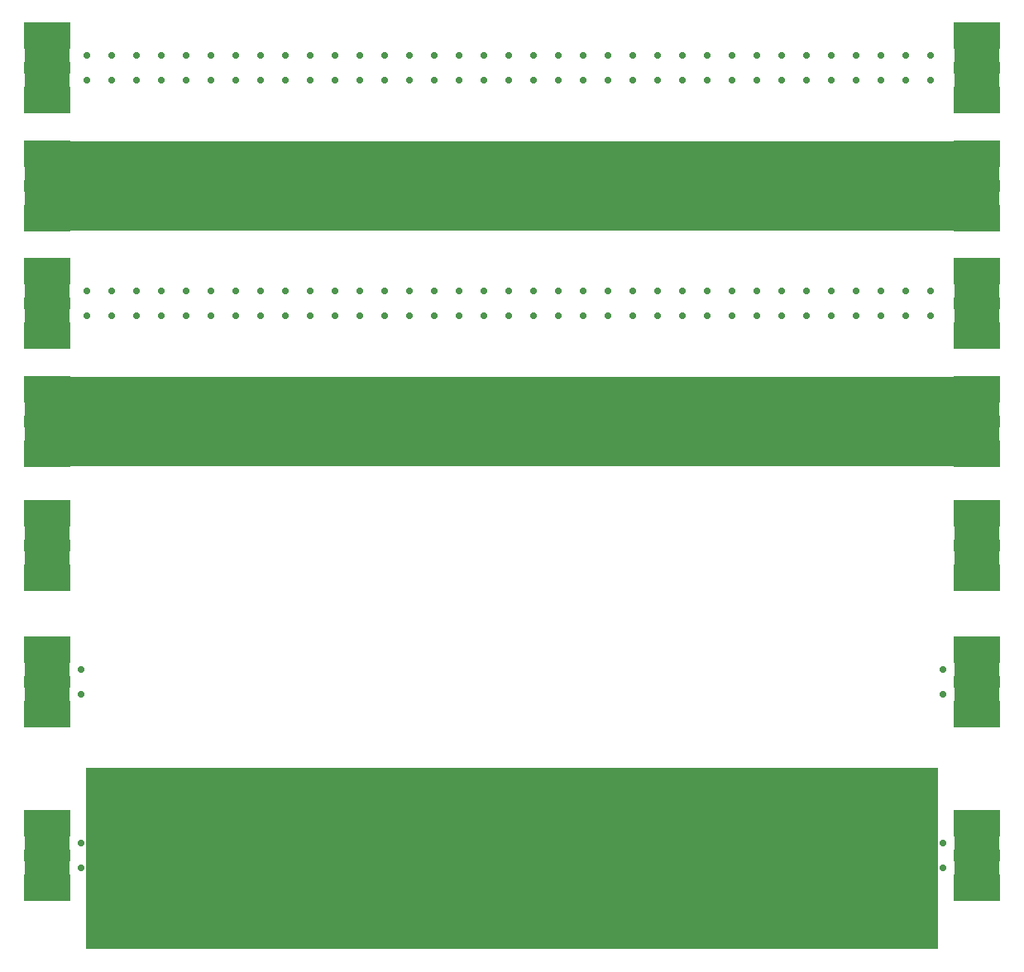
<source format=gts>
G04 EAGLE Gerber RS-274X export*
G75*
%MOMM*%
%FSLAX34Y34*%
%LPD*%
%INTop Solder Mask*%
%IPPOS*%
%AMOC8*
5,1,8,0,0,1.08239X$1,22.5*%
G01*
%ADD10R,4.699000X2.667000*%
%ADD11R,4.699000X1.168400*%
%ADD12C,0.681000*%
%ADD13R,4.572000X4.064000*%
%ADD14C,0.731000*%

G36*
X933470Y30992D02*
X933470Y30992D01*
X933489Y30990D01*
X933591Y31012D01*
X933693Y31029D01*
X933710Y31038D01*
X933730Y31042D01*
X933819Y31095D01*
X933910Y31144D01*
X933924Y31158D01*
X933941Y31168D01*
X934008Y31247D01*
X934080Y31322D01*
X934088Y31340D01*
X934101Y31355D01*
X934140Y31451D01*
X934183Y31545D01*
X934185Y31565D01*
X934193Y31583D01*
X934211Y31750D01*
X934211Y215900D01*
X934208Y215920D01*
X934210Y215939D01*
X934188Y216041D01*
X934172Y216143D01*
X934162Y216160D01*
X934158Y216180D01*
X934105Y216269D01*
X934056Y216360D01*
X934042Y216374D01*
X934032Y216391D01*
X933953Y216458D01*
X933878Y216530D01*
X933860Y216538D01*
X933845Y216551D01*
X933749Y216590D01*
X933655Y216633D01*
X933635Y216635D01*
X933617Y216643D01*
X933450Y216661D01*
X63500Y216661D01*
X63480Y216658D01*
X63461Y216660D01*
X63359Y216638D01*
X63257Y216622D01*
X63240Y216612D01*
X63220Y216608D01*
X63131Y216555D01*
X63040Y216506D01*
X63026Y216492D01*
X63009Y216482D01*
X62942Y216403D01*
X62871Y216328D01*
X62862Y216310D01*
X62849Y216295D01*
X62810Y216199D01*
X62767Y216105D01*
X62765Y216085D01*
X62757Y216067D01*
X62739Y215900D01*
X62739Y31750D01*
X62742Y31730D01*
X62740Y31711D01*
X62762Y31609D01*
X62779Y31507D01*
X62788Y31490D01*
X62792Y31470D01*
X62845Y31381D01*
X62894Y31290D01*
X62908Y31276D01*
X62918Y31259D01*
X62997Y31192D01*
X63072Y31121D01*
X63090Y31112D01*
X63105Y31099D01*
X63201Y31060D01*
X63295Y31017D01*
X63315Y31015D01*
X63333Y31007D01*
X63500Y30989D01*
X933450Y30989D01*
X933470Y30992D01*
G37*
G36*
X952618Y767096D02*
X952618Y767096D01*
X952737Y767103D01*
X952775Y767116D01*
X952816Y767121D01*
X952926Y767164D01*
X953039Y767201D01*
X953074Y767223D01*
X953111Y767238D01*
X953207Y767308D01*
X953308Y767371D01*
X953336Y767401D01*
X953369Y767424D01*
X953445Y767516D01*
X953526Y767603D01*
X953546Y767638D01*
X953571Y767669D01*
X953622Y767777D01*
X953680Y767881D01*
X953690Y767921D01*
X953707Y767957D01*
X953729Y768074D01*
X953759Y768189D01*
X953763Y768250D01*
X953767Y768270D01*
X953765Y768290D01*
X953769Y768350D01*
X953769Y857250D01*
X953754Y857368D01*
X953747Y857487D01*
X953734Y857525D01*
X953729Y857566D01*
X953686Y857676D01*
X953649Y857789D01*
X953627Y857824D01*
X953612Y857861D01*
X953543Y857957D01*
X953479Y858058D01*
X953449Y858086D01*
X953426Y858119D01*
X953334Y858195D01*
X953247Y858276D01*
X953212Y858296D01*
X953181Y858321D01*
X953073Y858372D01*
X952969Y858430D01*
X952929Y858440D01*
X952893Y858457D01*
X952776Y858479D01*
X952661Y858509D01*
X952601Y858513D01*
X952581Y858517D01*
X952560Y858515D01*
X952500Y858519D01*
X44450Y858519D01*
X44332Y858504D01*
X44213Y858497D01*
X44175Y858484D01*
X44134Y858479D01*
X44024Y858436D01*
X43911Y858399D01*
X43876Y858377D01*
X43839Y858362D01*
X43743Y858293D01*
X43642Y858229D01*
X43614Y858199D01*
X43581Y858176D01*
X43506Y858084D01*
X43424Y857997D01*
X43404Y857962D01*
X43379Y857931D01*
X43328Y857823D01*
X43270Y857719D01*
X43260Y857679D01*
X43243Y857643D01*
X43221Y857526D01*
X43191Y857411D01*
X43187Y857351D01*
X43183Y857331D01*
X43185Y857310D01*
X43181Y857250D01*
X43181Y768350D01*
X43196Y768232D01*
X43203Y768113D01*
X43216Y768075D01*
X43221Y768034D01*
X43264Y767924D01*
X43301Y767811D01*
X43323Y767776D01*
X43338Y767739D01*
X43408Y767643D01*
X43471Y767542D01*
X43501Y767514D01*
X43524Y767481D01*
X43616Y767406D01*
X43703Y767324D01*
X43738Y767304D01*
X43769Y767279D01*
X43877Y767228D01*
X43981Y767170D01*
X44021Y767160D01*
X44057Y767143D01*
X44174Y767121D01*
X44289Y767091D01*
X44350Y767087D01*
X44370Y767083D01*
X44390Y767085D01*
X44450Y767081D01*
X952500Y767081D01*
X952618Y767096D01*
G37*
G36*
X952618Y525796D02*
X952618Y525796D01*
X952737Y525803D01*
X952775Y525816D01*
X952816Y525821D01*
X952926Y525864D01*
X953039Y525901D01*
X953074Y525923D01*
X953111Y525938D01*
X953207Y526008D01*
X953308Y526071D01*
X953336Y526101D01*
X953369Y526124D01*
X953445Y526216D01*
X953526Y526303D01*
X953546Y526338D01*
X953571Y526369D01*
X953622Y526477D01*
X953680Y526581D01*
X953690Y526621D01*
X953707Y526657D01*
X953729Y526774D01*
X953759Y526889D01*
X953763Y526950D01*
X953767Y526970D01*
X953765Y526990D01*
X953769Y527050D01*
X953769Y615950D01*
X953754Y616068D01*
X953747Y616187D01*
X953734Y616225D01*
X953729Y616266D01*
X953686Y616376D01*
X953649Y616489D01*
X953627Y616524D01*
X953612Y616561D01*
X953543Y616657D01*
X953479Y616758D01*
X953449Y616786D01*
X953426Y616819D01*
X953334Y616895D01*
X953247Y616976D01*
X953212Y616996D01*
X953181Y617021D01*
X953073Y617072D01*
X952969Y617130D01*
X952929Y617140D01*
X952893Y617157D01*
X952776Y617179D01*
X952661Y617209D01*
X952601Y617213D01*
X952581Y617217D01*
X952560Y617215D01*
X952500Y617219D01*
X44450Y617219D01*
X44332Y617204D01*
X44213Y617197D01*
X44175Y617184D01*
X44134Y617179D01*
X44024Y617136D01*
X43911Y617099D01*
X43876Y617077D01*
X43839Y617062D01*
X43743Y616993D01*
X43642Y616929D01*
X43614Y616899D01*
X43581Y616876D01*
X43506Y616784D01*
X43424Y616697D01*
X43404Y616662D01*
X43379Y616631D01*
X43328Y616523D01*
X43270Y616419D01*
X43260Y616379D01*
X43243Y616343D01*
X43221Y616226D01*
X43191Y616111D01*
X43187Y616051D01*
X43183Y616031D01*
X43185Y616010D01*
X43181Y615950D01*
X43181Y527050D01*
X43196Y526932D01*
X43203Y526813D01*
X43216Y526775D01*
X43221Y526734D01*
X43264Y526624D01*
X43301Y526511D01*
X43323Y526476D01*
X43338Y526439D01*
X43408Y526343D01*
X43471Y526242D01*
X43501Y526214D01*
X43524Y526181D01*
X43616Y526106D01*
X43703Y526024D01*
X43738Y526004D01*
X43769Y525979D01*
X43877Y525928D01*
X43981Y525870D01*
X44021Y525860D01*
X44057Y525843D01*
X44174Y525821D01*
X44289Y525791D01*
X44350Y525787D01*
X44370Y525783D01*
X44390Y525785D01*
X44450Y525781D01*
X952500Y525781D01*
X952618Y525796D01*
G37*
D10*
X974090Y160020D03*
X974090Y93980D03*
D11*
X974090Y127000D03*
D12*
X984250Y110490D03*
X984250Y143510D03*
X956310Y110490D03*
X956310Y143510D03*
X984250Y165100D03*
X958850Y165100D03*
X984250Y88900D03*
X958850Y88900D03*
D13*
X974090Y127000D03*
D12*
X971550Y88900D03*
X971550Y165100D03*
X970280Y143510D03*
X970280Y110490D03*
D10*
X22860Y93980D03*
X22860Y160020D03*
D11*
X22860Y127000D03*
D12*
X12700Y143510D03*
X12700Y110490D03*
X40640Y143510D03*
X40640Y110490D03*
X12700Y88900D03*
X38100Y88900D03*
X12700Y165100D03*
X38100Y165100D03*
D13*
X22860Y127000D03*
D12*
X25400Y165100D03*
X25400Y88900D03*
X26670Y110490D03*
X26670Y143510D03*
D10*
X974090Y337820D03*
X974090Y271780D03*
D11*
X974090Y304800D03*
D12*
X984250Y288290D03*
X984250Y321310D03*
X956310Y288290D03*
X956310Y321310D03*
X984250Y342900D03*
X958850Y342900D03*
X984250Y266700D03*
X958850Y266700D03*
D13*
X974090Y304800D03*
D12*
X971550Y266700D03*
X971550Y342900D03*
X970280Y321310D03*
X970280Y288290D03*
D10*
X22860Y271780D03*
X22860Y337820D03*
D11*
X22860Y304800D03*
D12*
X12700Y321310D03*
X12700Y288290D03*
X40640Y321310D03*
X40640Y288290D03*
X12700Y266700D03*
X38100Y266700D03*
X12700Y342900D03*
X38100Y342900D03*
D13*
X22860Y304800D03*
D12*
X25400Y342900D03*
X25400Y266700D03*
X26670Y288290D03*
X26670Y321310D03*
D10*
X974090Y604520D03*
X974090Y538480D03*
D11*
X974090Y571500D03*
D12*
X984250Y554990D03*
X984250Y588010D03*
X956310Y554990D03*
X956310Y588010D03*
X984250Y609600D03*
X958850Y609600D03*
X984250Y533400D03*
X958850Y533400D03*
D13*
X974090Y571500D03*
D12*
X971550Y533400D03*
X971550Y609600D03*
X970280Y588010D03*
X970280Y554990D03*
D10*
X22860Y538480D03*
X22860Y604520D03*
D11*
X22860Y571500D03*
D12*
X12700Y588010D03*
X12700Y554990D03*
X40640Y588010D03*
X40640Y554990D03*
X12700Y533400D03*
X38100Y533400D03*
X12700Y609600D03*
X38100Y609600D03*
D13*
X22860Y571500D03*
D12*
X25400Y609600D03*
X25400Y533400D03*
X26670Y554990D03*
X26670Y588010D03*
D10*
X974090Y725170D03*
X974090Y659130D03*
D11*
X974090Y692150D03*
D12*
X984250Y675640D03*
X984250Y708660D03*
X956310Y675640D03*
X956310Y708660D03*
X984250Y730250D03*
X958850Y730250D03*
X984250Y654050D03*
X958850Y654050D03*
D13*
X974090Y692150D03*
D12*
X971550Y654050D03*
X971550Y730250D03*
X970280Y708660D03*
X970280Y675640D03*
D10*
X22860Y659130D03*
X22860Y725170D03*
D11*
X22860Y692150D03*
D12*
X12700Y708660D03*
X12700Y675640D03*
X40640Y708660D03*
X40640Y675640D03*
X12700Y654050D03*
X38100Y654050D03*
X12700Y730250D03*
X38100Y730250D03*
D13*
X22860Y692150D03*
D12*
X25400Y730250D03*
X25400Y654050D03*
X26670Y675640D03*
X26670Y708660D03*
D10*
X22860Y779780D03*
X22860Y845820D03*
D11*
X22860Y812800D03*
D12*
X12700Y829310D03*
X12700Y796290D03*
X40640Y829310D03*
X40640Y796290D03*
X12700Y774700D03*
X38100Y774700D03*
X12700Y850900D03*
X38100Y850900D03*
D13*
X22860Y812800D03*
D12*
X25400Y850900D03*
X25400Y774700D03*
X26670Y796290D03*
X26670Y829310D03*
D10*
X974090Y845820D03*
X974090Y779780D03*
D11*
X974090Y812800D03*
D12*
X984250Y796290D03*
X984250Y829310D03*
X956310Y796290D03*
X956310Y829310D03*
X984250Y850900D03*
X958850Y850900D03*
X984250Y774700D03*
X958850Y774700D03*
D13*
X974090Y812800D03*
D12*
X971550Y774700D03*
X971550Y850900D03*
X970280Y829310D03*
X970280Y796290D03*
D10*
X22860Y900430D03*
X22860Y966470D03*
D11*
X22860Y933450D03*
D12*
X12700Y949960D03*
X12700Y916940D03*
X40640Y949960D03*
X40640Y916940D03*
X12700Y895350D03*
X38100Y895350D03*
X12700Y971550D03*
X38100Y971550D03*
D13*
X22860Y933450D03*
D12*
X25400Y971550D03*
X25400Y895350D03*
X26670Y916940D03*
X26670Y949960D03*
D10*
X974090Y966470D03*
X974090Y900430D03*
D11*
X974090Y933450D03*
D12*
X984250Y916940D03*
X984250Y949960D03*
X956310Y916940D03*
X956310Y949960D03*
X984250Y971550D03*
X958850Y971550D03*
X984250Y895350D03*
X958850Y895350D03*
D13*
X974090Y933450D03*
D12*
X971550Y895350D03*
X971550Y971550D03*
X970280Y949960D03*
X970280Y916940D03*
D10*
X22860Y411480D03*
X22860Y477520D03*
D11*
X22860Y444500D03*
D12*
X12700Y461010D03*
X12700Y427990D03*
X40640Y461010D03*
X40640Y427990D03*
X12700Y406400D03*
X38100Y406400D03*
X12700Y482600D03*
X38100Y482600D03*
D13*
X22860Y444500D03*
D12*
X25400Y482600D03*
X25400Y406400D03*
X26670Y427990D03*
X26670Y461010D03*
D10*
X974090Y477520D03*
X974090Y411480D03*
D11*
X974090Y444500D03*
D12*
X984250Y427990D03*
X984250Y461010D03*
X956310Y427990D03*
X956310Y461010D03*
X984250Y482600D03*
X958850Y482600D03*
X984250Y406400D03*
X958850Y406400D03*
D13*
X974090Y444500D03*
D12*
X971550Y406400D03*
X971550Y482600D03*
X970280Y461010D03*
X970280Y427990D03*
D14*
X57150Y139700D03*
X57150Y114300D03*
X939800Y139700D03*
X939800Y114300D03*
X57150Y292100D03*
X57150Y317500D03*
X939800Y292100D03*
X939800Y317500D03*
X63500Y584200D03*
X88900Y584200D03*
X114300Y584200D03*
X139700Y584200D03*
X165100Y584200D03*
X190500Y584200D03*
X215900Y584200D03*
X241300Y584200D03*
X266700Y584200D03*
X292100Y584200D03*
X317500Y584200D03*
X342900Y584200D03*
X368300Y584200D03*
X393700Y584200D03*
X419100Y584200D03*
X444500Y584200D03*
X469900Y584200D03*
X495300Y584200D03*
X520700Y584200D03*
X546100Y584200D03*
X571500Y584200D03*
X596900Y584200D03*
X622300Y584200D03*
X647700Y584200D03*
X673100Y584200D03*
X698500Y584200D03*
X723900Y584200D03*
X749300Y584200D03*
X774700Y584200D03*
X800100Y584200D03*
X825500Y584200D03*
X850900Y584200D03*
X876300Y584200D03*
X901700Y584200D03*
X927100Y584200D03*
X63500Y558800D03*
X88900Y558800D03*
X114300Y558800D03*
X139700Y558800D03*
X165100Y558800D03*
X190500Y558800D03*
X215900Y558800D03*
X241300Y558800D03*
X266700Y558800D03*
X292100Y558800D03*
X317500Y558800D03*
X342900Y558800D03*
X368300Y558800D03*
X393700Y558800D03*
X419100Y558800D03*
X444500Y558800D03*
X469900Y558800D03*
X495300Y558800D03*
X520700Y558800D03*
X546100Y558800D03*
X571500Y558800D03*
X596900Y558800D03*
X622300Y558800D03*
X647700Y558800D03*
X673100Y558800D03*
X698500Y558800D03*
X723900Y558800D03*
X749300Y558800D03*
X774700Y558800D03*
X800100Y558800D03*
X825500Y558800D03*
X850900Y558800D03*
X876300Y558800D03*
X901700Y558800D03*
X927100Y558800D03*
X63500Y704850D03*
X88900Y704850D03*
X114300Y704850D03*
X139700Y704850D03*
X165100Y704850D03*
X190500Y704850D03*
X215900Y704850D03*
X241300Y704850D03*
X266700Y704850D03*
X292100Y704850D03*
X317500Y704850D03*
X342900Y704850D03*
X368300Y704850D03*
X393700Y704850D03*
X419100Y704850D03*
X444500Y704850D03*
X469900Y704850D03*
X495300Y704850D03*
X520700Y704850D03*
X546100Y704850D03*
X571500Y704850D03*
X596900Y704850D03*
X622300Y704850D03*
X647700Y704850D03*
X673100Y704850D03*
X698500Y704850D03*
X723900Y704850D03*
X749300Y704850D03*
X774700Y704850D03*
X800100Y704850D03*
X825500Y704850D03*
X850900Y704850D03*
X876300Y704850D03*
X901700Y704850D03*
X927100Y704850D03*
X63500Y679450D03*
X88900Y679450D03*
X114300Y679450D03*
X139700Y679450D03*
X165100Y679450D03*
X190500Y679450D03*
X215900Y679450D03*
X241300Y679450D03*
X266700Y679450D03*
X292100Y679450D03*
X317500Y679450D03*
X342900Y679450D03*
X368300Y679450D03*
X393700Y679450D03*
X419100Y679450D03*
X444500Y679450D03*
X469900Y679450D03*
X495300Y679450D03*
X520700Y679450D03*
X546100Y679450D03*
X571500Y679450D03*
X596900Y679450D03*
X622300Y679450D03*
X647700Y679450D03*
X673100Y679450D03*
X698500Y679450D03*
X723900Y679450D03*
X749300Y679450D03*
X774700Y679450D03*
X800100Y679450D03*
X825500Y679450D03*
X850900Y679450D03*
X876300Y679450D03*
X901700Y679450D03*
X927100Y679450D03*
X63500Y825500D03*
X88900Y825500D03*
X114300Y825500D03*
X139700Y825500D03*
X165100Y825500D03*
X190500Y825500D03*
X215900Y825500D03*
X241300Y825500D03*
X266700Y825500D03*
X292100Y825500D03*
X317500Y825500D03*
X342900Y825500D03*
X368300Y825500D03*
X393700Y825500D03*
X419100Y825500D03*
X444500Y825500D03*
X469900Y825500D03*
X495300Y825500D03*
X520700Y825500D03*
X546100Y825500D03*
X571500Y825500D03*
X596900Y825500D03*
X622300Y825500D03*
X647700Y825500D03*
X673100Y825500D03*
X698500Y825500D03*
X723900Y825500D03*
X749300Y825500D03*
X774700Y825500D03*
X800100Y825500D03*
X825500Y825500D03*
X850900Y825500D03*
X876300Y825500D03*
X901700Y825500D03*
X927100Y825500D03*
X63500Y800100D03*
X88900Y800100D03*
X114300Y800100D03*
X139700Y800100D03*
X165100Y800100D03*
X190500Y800100D03*
X215900Y800100D03*
X241300Y800100D03*
X266700Y800100D03*
X292100Y800100D03*
X317500Y800100D03*
X342900Y800100D03*
X368300Y800100D03*
X393700Y800100D03*
X419100Y800100D03*
X444500Y800100D03*
X469900Y800100D03*
X495300Y800100D03*
X520700Y800100D03*
X546100Y800100D03*
X571500Y800100D03*
X596900Y800100D03*
X622300Y800100D03*
X647700Y800100D03*
X673100Y800100D03*
X698500Y800100D03*
X723900Y800100D03*
X749300Y800100D03*
X774700Y800100D03*
X800100Y800100D03*
X825500Y800100D03*
X850900Y800100D03*
X876300Y800100D03*
X901700Y800100D03*
X927100Y800100D03*
X63500Y920750D03*
X88900Y920750D03*
X114300Y920750D03*
X139700Y920750D03*
X165100Y920750D03*
X190500Y920750D03*
X215900Y920750D03*
X241300Y920750D03*
X266700Y920750D03*
X292100Y920750D03*
X317500Y920750D03*
X342900Y920750D03*
X368300Y920750D03*
X393700Y920750D03*
X419100Y920750D03*
X444500Y920750D03*
X469900Y920750D03*
X495300Y920750D03*
X520700Y920750D03*
X546100Y920750D03*
X571500Y920750D03*
X596900Y920750D03*
X622300Y920750D03*
X647700Y920750D03*
X673100Y920750D03*
X698500Y920750D03*
X723900Y920750D03*
X749300Y920750D03*
X774700Y920750D03*
X800100Y920750D03*
X825500Y920750D03*
X850900Y920750D03*
X876300Y920750D03*
X901700Y920750D03*
X927100Y920750D03*
X63500Y946150D03*
X88900Y946150D03*
X114300Y946150D03*
X139700Y946150D03*
X165100Y946150D03*
X190500Y946150D03*
X215900Y946150D03*
X241300Y946150D03*
X266700Y946150D03*
X292100Y946150D03*
X317500Y946150D03*
X342900Y946150D03*
X368300Y946150D03*
X393700Y946150D03*
X419100Y946150D03*
X444500Y946150D03*
X469900Y946150D03*
X495300Y946150D03*
X520700Y946150D03*
X546100Y946150D03*
X571500Y946150D03*
X596900Y946150D03*
X622300Y946150D03*
X647700Y946150D03*
X673100Y946150D03*
X698500Y946150D03*
X723900Y946150D03*
X749300Y946150D03*
X774700Y946150D03*
X800100Y946150D03*
X825500Y946150D03*
X850900Y946150D03*
X876300Y946150D03*
X901700Y946150D03*
X927100Y946150D03*
M02*

</source>
